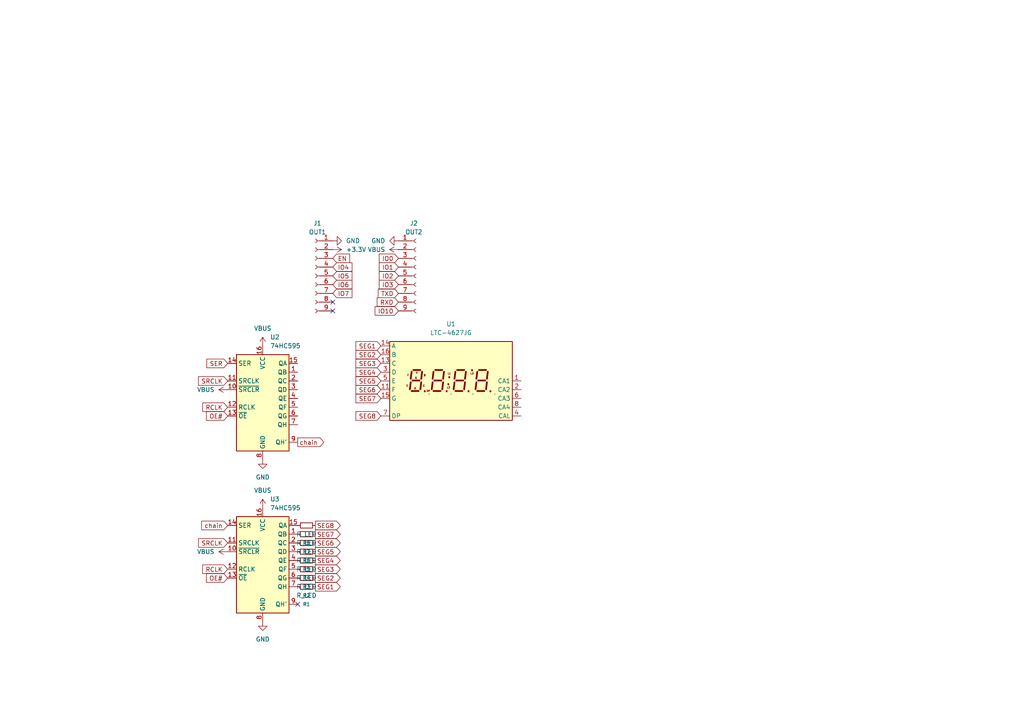
<source format=kicad_sch>
(kicad_sch (version 20250114) (generator "eeschema") (generator_version "9.0")
  (paper "A4")
  (lib_symbols
    (symbol "+3.3V_2" (power) (pin_numbers (hide yes)) (pin_names (offset 0) (hide yes))
      (property "Value" "+3.3V" (at 0 3.556 0))
      (symbol "+3.3V_2_0_1"
        (polyline (pts (xy -0.762 1.27) (xy 0 2.54)))
        (polyline (pts (xy 0 2.54) (xy 0.762 1.27)))
        (polyline (pts (xy 0 0) (xy 0 2.54)))
      )
      (symbol "+3.3V_2_1_1"
        (pin power_in line (at 0 0 90) (length 0) (name "~") (number "1"))
      )
    )
    (symbol "74xx:74HC595"
      (property "Reference" "U" (at -7.62 13.97 0))
      (property "Value" "74HC595" (at -7.62 -16.51 0))
      (symbol "74HC595_1_0"
        (pin input line (at -10.16 10.16 0) (length 2.54) (name "SER") (number "14"))
        (pin input line (at -10.16 5.08 0) (length 2.54) (name "SRCLK") (number "11"))
        (pin input line (at -10.16 2.54 0) (length 2.54) (name "~{SRCLR}") (number "10"))
        (pin input line (at -10.16 -2.54 0) (length 2.54) (name "RCLK") (number "12"))
        (pin input line (at -10.16 -5.08 0) (length 2.54) (name "~{OE}") (number "13"))
        (pin power_in line (at 0 15.24 270) (length 2.54) (name "VCC") (number "16"))
        (pin power_in line (at 0 -17.78 90) (length 2.54) (name "GND") (number "8"))
        (pin tri_state line (at 10.16 10.16 180) (length 2.54) (name "QA") (number "15"))
        (pin tri_state line (at 10.16 7.62 180) (length 2.54) (name "QB") (number "1"))
        (pin tri_state line (at 10.16 5.08 180) (length 2.54) (name "QC") (number "2"))
        (pin tri_state line (at 10.16 2.54 180) (length 2.54) (name "QD") (number "3"))
        (pin tri_state line (at 10.16 0 180) (length 2.54) (name "QE") (number "4"))
        (pin tri_state line (at 10.16 -2.54 180) (length 2.54) (name "QF") (number "5"))
        (pin tri_state line (at 10.16 -5.08 180) (length 2.54) (name "QG") (number "6"))
        (pin tri_state line (at 10.16 -7.62 180) (length 2.54) (name "QH") (number "7"))
        (pin output line (at 10.16 -12.7 180) (length 2.54) (name "QH'") (number "9"))
      )
      (symbol "74HC595_1_1"
        (rectangle (start -7.62 12.7) (end 7.62 -15.24) (stroke (width 0.254)) (fill (type background)))
      )
    )
    (symbol "Connector:Conn_01x09_Socket" (pin_names (offset 1.016) (hide yes))
      (property "Reference" "J" (at 0 12.7 0))
      (property "Value" "Conn_01x09_Socket" (at 0 -12.7 0))
      (symbol "Conn_01x09_Socket_1_1"
        (polyline (pts (xy -1.27 10.16) (xy -0.508 10.16)) (stroke (width 0.1524)))
        (polyline (pts (xy -1.27 7.62) (xy -0.508 7.62)) (stroke (width 0.1524)))
        (polyline (pts (xy -1.27 5.08) (xy -0.508 5.08)) (stroke (width 0.1524)))
        (polyline (pts (xy -1.27 2.54) (xy -0.508 2.54)) (stroke (width 0.1524)))
        (polyline (pts (xy -1.27 0) (xy -0.508 0)) (stroke (width 0.1524)))
        (polyline (pts (xy -1.27 -2.54) (xy -0.508 -2.54)) (stroke (width 0.1524)))
        (polyline (pts (xy -1.27 -5.08) (xy -0.508 -5.08)) (stroke (width 0.1524)))
        (polyline (pts (xy -1.27 -7.62) (xy -0.508 -7.62)) (stroke (width 0.1524)))
        (polyline (pts (xy -1.27 -10.16) (xy -0.508 -10.16)) (stroke (width 0.1524)))
        (arc (start 0 9.652) (mid -0.5058 10.16) (end 0 10.668) (stroke (width 0.1524)))
        (arc (start 0 7.112) (mid -0.5058 7.62) (end 0 8.128) (stroke (width 0.1524)))
        (arc (start 0 4.572) (mid -0.5058 5.08) (end 0 5.588) (stroke (width 0.1524)))
        (arc (start 0 2.032) (mid -0.5058 2.54) (end 0 3.048) (stroke (width 0.1524)))
        (arc (start 0 -0.508) (mid -0.5058 0) (end 0 0.508) (stroke (width 0.1524)))
        (arc (start 0 -3.048) (mid -0.5058 -2.54) (end 0 -2.032) (stroke (width 0.1524)))
        (arc (start 0 -5.588) (mid -0.5058 -5.08) (end 0 -4.572) (stroke (width 0.1524)))
        (arc (start 0 -8.128) (mid -0.5058 -7.62) (end 0 -7.112) (stroke (width 0.1524)))
        (arc (start 0 -10.668) (mid -0.5058 -10.16) (end 0 -9.652) (stroke (width 0.1524)))
        (pin passive line (at -5.08 10.16 0) (length 3.81) (name "Pin_1") (number "1"))
        (pin passive line (at -5.08 7.62 0) (length 3.81) (name "Pin_2") (number "2"))
        (pin passive line (at -5.08 5.08 0) (length 3.81) (name "Pin_3") (number "3"))
        (pin passive line (at -5.08 2.54 0) (length 3.81) (name "Pin_4") (number "4"))
        (pin passive line (at -5.08 0 0) (length 3.81) (name "Pin_5") (number "5"))
        (pin passive line (at -5.08 -2.54 0) (length 3.81) (name "Pin_6") (number "6"))
        (pin passive line (at -5.08 -5.08 0) (length 3.81) (name "Pin_7") (number "7"))
        (pin passive line (at -5.08 -7.62 0) (length 3.81) (name "Pin_8") (number "8"))
        (pin passive line (at -5.08 -10.16 0) (length 3.81) (name "Pin_9") (number "9"))
      )
    )
    (symbol "Device:R_Small" (pin_numbers (hide yes)) (pin_names (offset 0.254) (hide yes))
      (property "Reference" "R" (at 0 0 90))
      (property "Value" "R_Small" (at 1.778 0 90))
      (symbol "R_Small_0_1"
        (rectangle (start -0.762 1.778) (end 0.762 -1.778) (stroke (width 0.2032)))
      )
      (symbol "R_Small_1_1"
        (pin passive line (at 0 2.54 270) (length 0.762) (name "~") (number "1"))
        (pin passive line (at 0 -2.54 90) (length 0.762) (name "~") (number "2"))
      )
    )
    (symbol "Display_Character:LTC-4627JG"
      (property "Reference" "U" (at -17.78 12.7 0))
      (property "Value" "LTC-4627JG" (at 17.78 12.7 0))
      (symbol "LTC-4627JG_0_1"
        (rectangle (start -17.78 -11.43) (end 17.78 11.43) (stroke (width 0.254)) (fill (type background)))
        (rectangle (start -6.35 -3.81) (end -6.35 -3.81) (stroke (width 0.254)))
        (polyline (pts (xy -6.35 -3.81) (xy -6.35 -3.81)) (stroke (width 0.254)))
        (polyline (pts (xy 0 -3.81) (xy 0 -3.81)) (stroke (width 0.254)))
        (rectangle (start 0 -3.81) (end 0 -3.81) (stroke (width 0.254)))
        (polyline (pts (xy 6.35 -3.81) (xy 6.35 -3.81)) (stroke (width 0.254)))
        (rectangle (start 6.35 -3.81) (end 6.35 -3.81) (stroke (width 0.254)))
        (polyline (pts (xy 12.7 -3.81) (xy 12.7 -3.81)) (stroke (width 0.254)))
        (rectangle (start 12.7 -3.81) (end 12.7 -3.81) (stroke (width 0.254)))
      )
      (symbol "LTC-4627JG_1_0"
        (text "E" (at -12.7 -1.397 0) (effects (font (size 0.508 0.508))))
        (text "F" (at -12.446 1.651 0) (effects (font (size 0.508 0.508))))
        (text "D" (at -10.414 -2.159 0) (effects (font (size 0.508 0.508))))
        (text "G" (at -10.16 0.889 0) (effects (font (size 0.508 0.508))))
        (text "A" (at -9.906 2.413 0) (effects (font (size 0.508 0.508))))
        (text "C" (at -7.874 -1.397 0) (effects (font (size 0.508 0.508))))
        (text "B" (at -7.62 1.651 0) (effects (font (size 0.508 0.508))))
        (text "DP" (at -6.604 -2.921 0) (effects (font (size 0.508 0.508))))
        (text "L2" (at -0.762 -1.905 0) (effects (font (size 0.508 0.508))))
        (text "L1" (at -0.508 2.159 0) (effects (font (size 0.508 0.508))))
        (text "L3" (at 6.096 2.159 0) (effects (font (size 0.508 0.508))))
      )
      (symbol "LTC-4627JG_1_1"
        (polyline (pts (xy -11.684 -0.381) (xy -11.938 -2.413)) (stroke (width 0.508)))
        (polyline (pts (xy -11.43 2.667) (xy -11.684 0.635)) (stroke (width 0.508)))
        (polyline (pts (xy -11.43 -2.921) (xy -9.398 -2.921)) (stroke (width 0.508)))
        (polyline (pts (xy -11.176 0.127) (xy -9.144 0.127)) (stroke (width 0.508)))
        (polyline (pts (xy -10.922 3.175) (xy -8.89 3.175)) (stroke (width 0.508)))
        (polyline (pts (xy -8.636 -0.381) (xy -8.89 -2.413)) (stroke (width 0.508)))
        (polyline (pts (xy -8.382 2.667) (xy -8.636 0.635)) (stroke (width 0.508)))
        (polyline (pts (xy -7.62 -3.048) (xy -7.62 -2.921)) (stroke (width 0.508)))
        (polyline (pts (xy -5.334 -0.381) (xy -5.588 -2.413)) (stroke (width 0.508)))
        (polyline (pts (xy -5.08 2.667) (xy -5.334 0.635)) (stroke (width 0.508)))
        (polyline (pts (xy -5.08 -2.921) (xy -3.048 -2.921)) (stroke (width 0.508)))
        (polyline (pts (xy -4.826 0.127) (xy -2.794 0.127)) (stroke (width 0.508)))
        (polyline (pts (xy -4.572 3.175) (xy -2.54 3.175)) (stroke (width 0.508)))
        (polyline (pts (xy -2.286 -0.381) (xy -2.54 -2.413)) (stroke (width 0.508)))
        (polyline (pts (xy -2.032 2.667) (xy -2.286 0.635)) (stroke (width 0.508)))
        (polyline (pts (xy -1.27 -3.048) (xy -1.27 -2.921)) (stroke (width 0.508)))
        (polyline (pts (xy -0.762 -1.016) (xy -0.762 -0.889)) (stroke (width 0.508)))
        (polyline (pts (xy -0.508 1.016) (xy -0.508 1.143)) (stroke (width 0.508)))
        (polyline (pts (xy 1.016 -0.381) (xy 0.762 -2.413)) (stroke (width 0.508)))
        (polyline (pts (xy 1.27 2.667) (xy 1.016 0.635)) (stroke (width 0.508)))
        (polyline (pts (xy 1.27 -2.921) (xy 3.302 -2.921)) (stroke (width 0.508)))
        (polyline (pts (xy 1.524 0.127) (xy 3.556 0.127)) (stroke (width 0.508)))
        (polyline (pts (xy 1.778 3.175) (xy 3.81 3.175)) (stroke (width 0.508)))
        (polyline (pts (xy 4.064 -0.381) (xy 3.81 -2.413)) (stroke (width 0.508)))
        (polyline (pts (xy 4.318 2.667) (xy 4.064 0.635)) (stroke (width 0.508)))
        (polyline (pts (xy 5.08 -3.048) (xy 5.08 -2.921)) (stroke (width 0.508)))
        (polyline (pts (xy 6.096 3.048) (xy 6.096 3.175)) (stroke (width 0.508)))
        (polyline (pts (xy 7.366 -0.381) (xy 7.112 -2.413)) (stroke (width 0.508)))
        (polyline (pts (xy 7.62 2.667) (xy 7.366 0.635)) (stroke (width 0.508)))
        (polyline (pts (xy 7.62 -2.921) (xy 9.652 -2.921)) (stroke (width 0.508)))
        (polyline (pts (xy 7.874 0.127) (xy 9.906 0.127)) (stroke (width 0.508)))
        (polyline (pts (xy 8.128 3.175) (xy 10.16 3.175)) (stroke (width 0.508)))
        (polyline (pts (xy 10.414 -0.381) (xy 10.16 -2.413)) (stroke (width 0.508)))
        (polyline (pts (xy 10.668 2.667) (xy 10.414 0.635)) (stroke (width 0.508)))
        (polyline (pts (xy 11.43 -3.048) (xy 11.43 -2.921)) (stroke (width 0.508)))
        (pin input line (at -20.32 10.16 0) (length 2.54) (name "A") (number "14"))
        (pin input line (at -20.32 7.62 0) (length 2.54) (name "B") (number "16"))
        (pin input line (at -20.32 5.08 0) (length 2.54) (name "C") (number "13"))
        (pin input line (at -20.32 2.54 0) (length 2.54) (name "D") (number "3"))
        (pin input line (at -20.32 0 0) (length 2.54) (name "E") (number "5"))
        (pin input line (at -20.32 -2.54 0) (length 2.54) (name "F") (number "11"))
        (pin input line (at -20.32 -5.08 0) (length 2.54) (name "G") (number "15"))
        (pin input line (at -20.32 -10.16 0) (length 2.54) (name "DP") (number "7"))
        (pin no_connect line (at 17.78 7.62 180) (length 2.54) (hide yes) (name "NC") (number "9"))
        (pin input line (at 20.32 0 180) (length 2.54) (name "CA1") (number "1"))
        (pin input line (at 20.32 -2.54 180) (length 2.54) (name "CA2") (number "2"))
        (pin input line (at 20.32 -5.08 180) (length 2.54) (name "CA3") (number "6"))
        (pin input line (at 20.32 -7.62 180) (length 2.54) (name "CA4") (number "8"))
        (pin input line (at 20.32 -10.16 180) (length 2.54) (name "CAL") (number "4"))
      )
    )
    (symbol "power:GND" (power) (pin_names (offset 0))
      (property "Value" "GND" (at 0 -3.81 0))
      (symbol "GND_0_1"
        (polyline (pts (xy 0 0) (xy 0 -1.27) (xy 1.27 -1.27) (xy 0 -2.54) (xy -1.27 -1.27) (xy 0 -1.27)))
      )
      (symbol "GND_1_1"
        (pin power_in line (at 0 0 270) (length 0) (hide yes) (name "GND") (number "1"))
      )
    )
    (symbol "power:VBUS" (power) (pin_numbers (hide yes)) (pin_names (offset 0) (hide yes))
      (property "Value" "VBUS" (at 0 3.556 0))
      (symbol "VBUS_0_1"
        (polyline (pts (xy -0.762 1.27) (xy 0 2.54)))
        (polyline (pts (xy 0 2.54) (xy 0.762 1.27)))
        (polyline (pts (xy 0 0) (xy 0 2.54)))
      )
      (symbol "VBUS_1_1"
        (pin power_in line (at 0 0 90) (length 0) (name "~") (number "1"))
      )
    )
  )
  (no_connect (at 96.52 90.17))
  (no_connect (at 96.52 87.63))
  (no_connect (at 86.36 175.26))
  (global_label "IO7" (shape input) (at 96.52 85.09 0) (property "Intersheetrefs" "${INTERSHEET_REFS}" (effects (hide yes))))
  (global_label "SEG4" (shape input) (at 110.49 107.95 180) (property "Intersheetrefs" "${INTERSHEET_REFS}" (effects (hide yes))))
  (global_label "SEG6" (shape output) (at 91.44 157.48 0) (property "Intersheetrefs" "${INTERSHEET_REFS}" (effects (hide yes))))
  (global_label "SEG4" (shape output) (at 91.44 162.56 0) (property "Intersheetrefs" "${INTERSHEET_REFS}" (effects (hide yes))))
  (global_label "SEG6" (shape input) (at 110.49 113.03 180) (property "Intersheetrefs" "${INTERSHEET_REFS}" (effects (hide yes))))
  (global_label "IO10" (shape input) (at 115.57 90.17 180) (property "Intersheetrefs" "${INTERSHEET_REFS}" (effects (hide yes))))
  (global_label "SEG7" (shape output) (at 91.44 154.94 0) (property "Intersheetrefs" "${INTERSHEET_REFS}" (effects (hide yes))))
  (global_label "RCLK" (shape input) (at 66.04 165.1 180) (property "Intersheetrefs" "${INTERSHEET_REFS}" (effects (hide yes))))
  (global_label "SEG7" (shape input) (at 110.49 115.57 180) (property "Intersheetrefs" "${INTERSHEET_REFS}" (effects (hide yes))))
  (global_label "IO1" (shape input) (at 115.57 77.47 180) (property "Intersheetrefs" "${INTERSHEET_REFS}" (effects (hide yes))))
  (global_label "chain" (shape input) (at 66.04 152.4 180) (property "Intersheetrefs" "${INTERSHEET_REFS}" (effects (hide yes))))
  (global_label "SEG8" (shape input) (at 110.49 120.65 180) (property "Intersheetrefs" "${INTERSHEET_REFS}" (effects (hide yes))))
  (global_label "SRCLK" (shape input) (at 66.04 157.48 180) (property "Intersheetrefs" "${INTERSHEET_REFS}" (effects (hide yes))))
  (global_label "OE#" (shape input) (at 66.04 167.64 180) (property "Intersheetrefs" "${INTERSHEET_REFS}" (effects (hide yes))))
  (global_label "IO4" (shape input) (at 96.52 77.47 0) (property "Intersheetrefs" "${INTERSHEET_REFS}" (effects (hide yes))))
  (global_label "IO3" (shape input) (at 115.57 82.55 180) (property "Intersheetrefs" "${INTERSHEET_REFS}" (effects (hide yes))))
  (global_label "RCLK" (shape input) (at 66.04 118.11 180) (property "Intersheetrefs" "${INTERSHEET_REFS}" (effects (hide yes))))
  (global_label "IO6" (shape input) (at 96.52 82.55 0) (property "Intersheetrefs" "${INTERSHEET_REFS}" (effects (hide yes))))
  (global_label "SEG5" (shape input) (at 110.49 110.49 180) (property "Intersheetrefs" "${INTERSHEET_REFS}" (effects (hide yes))))
  (global_label "IO5" (shape input) (at 96.52 80.01 0) (property "Intersheetrefs" "${INTERSHEET_REFS}" (effects (hide yes))))
  (global_label "SEG3" (shape output) (at 91.44 165.1 0) (property "Intersheetrefs" "${INTERSHEET_REFS}" (effects (hide yes))))
  (global_label "SEG3" (shape input) (at 110.49 105.41 180) (property "Intersheetrefs" "${INTERSHEET_REFS}" (effects (hide yes))))
  (global_label "RXD" (shape input) (at 115.57 87.63 180) (property "Intersheetrefs" "${INTERSHEET_REFS}" (effects (hide yes))))
  (global_label "SEG1" (shape output) (at 91.44 170.18 0) (property "Intersheetrefs" "${INTERSHEET_REFS}" (effects (hide yes))))
  (global_label "SEG2" (shape input) (at 110.49 102.87 180) (property "Intersheetrefs" "${INTERSHEET_REFS}" (effects (hide yes))))
  (global_label "IO0" (shape input) (at 115.57 74.93 180) (property "Intersheetrefs" "${INTERSHEET_REFS}" (effects (hide yes))))
  (global_label "SEG8" (shape output) (at 91.44 152.4 0) (property "Intersheetrefs" "${INTERSHEET_REFS}" (effects (hide yes))))
  (global_label "SEG2" (shape output) (at 91.44 167.64 0) (property "Intersheetrefs" "${INTERSHEET_REFS}" (effects (hide yes))))
  (global_label "SEG1" (shape input) (at 110.49 100.33 180) (property "Intersheetrefs" "${INTERSHEET_REFS}" (effects (hide yes))))
  (global_label "IO2" (shape input) (at 115.57 80.01 180) (property "Intersheetrefs" "${INTERSHEET_REFS}" (effects (hide yes))))
  (global_label "SRCLK" (shape input) (at 66.04 110.49 180) (property "Intersheetrefs" "${INTERSHEET_REFS}" (effects (hide yes))))
  (global_label "EN" (shape input) (at 96.52 74.93 0) (property "Intersheetrefs" "${INTERSHEET_REFS}" (effects (hide yes))))
  (global_label "SER" (shape input) (at 66.04 105.41 180) (property "Intersheetrefs" "${INTERSHEET_REFS}" (effects (hide yes))))
  (global_label "OE#" (shape input) (at 66.04 120.65 180) (property "Intersheetrefs" "${INTERSHEET_REFS}" (effects (hide yes))))
  (global_label "chain" (shape output) (at 86.36 128.27 0) (property "Intersheetrefs" "${INTERSHEET_REFS}" (effects (hide yes))))
  (global_label "SEG5" (shape output) (at 91.44 160.02 0) (property "Intersheetrefs" "${INTERSHEET_REFS}" (effects (hide yes))))
  (global_label "TXD" (shape input) (at 115.57 85.09 180) (property "Intersheetrefs" "${INTERSHEET_REFS}" (effects (hide yes))))
  (symbol (lib_id "Device:R_Small") (at 88.9 157.48 90) (mirror x) (unit 1)
    (property "Reference" "R6" (at 88.9 162.56 90) (effects (font (size 1.016 1.016))))
    (property "Value" "R_LED" (at 88.9 160.02 90))
    (property "Description" "Resistor, small symbol" (effects (hide yes)))
  )
  (symbol (lib_id "power:GND") (at 96.52 69.85 90) (mirror x) (unit 1)
    (property "Reference" "#PWR015" (effects (hide yes)))
    (property "Value" "GND" (at 100.33 69.8499 90) (effects (justify right)))
  )
  (symbol (lib_id "Display_Character:LTC-4627JG") (at 130.81 110.49 0) (unit 1)
    (property "Reference" "U1" (at 130.81 93.98 0))
    (property "Value" "LTC-4627JG" (at 130.81 96.52 0))
    (property "Footprint" "Display_7Segment:LTC-4627Jx" (effects (hide yes)))
    (property "Datasheet" "http://optoelectronics.liteon.com/upload/download/DS30-2001-393/C4627JG.pdf" (effects (hide yes)))
    (property "Description" "4 digit 7 segment green, common anode" (effects (hide yes)))
  )
  (symbol (lib_id "Connector:Conn_01x09_Socket") (at 91.44 80.01 0) (mirror y) (unit 1)
    (property "Reference" "J1" (at 92.075 64.77 0))
    (property "Value" "OUT1" (at 92.075 67.31 0))
    (property "Footprint" "Connector_PinSocket_2.54mm:PinSocket_1x09_P2.54mm_Vertical" (effects (hide yes)))
    (property "Description" "Generic connector, single row, 01x09, script generated" (effects (hide yes)))
  )
  (symbol (lib_id "Connector:Conn_01x09_Socket") (at 120.65 80.01 0) (unit 1)
    (property "Reference" "J2" (at 120.015 64.77 0))
    (property "Value" "OUT2" (at 120.015 67.31 0))
    (property "Footprint" "Connector_PinSocket_2.54mm:PinSocket_1x09_P2.54mm_Vertical" (effects (hide yes)))
    (property "Description" "Generic connector, single row, 01x09, script generated" (effects (hide yes)))
  )
  (symbol (lib_name "+3.3V_2") (lib_id "power:+3.3V") (at 96.52 72.39 270) (mirror x) (unit 1)
    (property "Reference" "#PWR04" (effects (hide yes)))
    (property "Value" "+3.3V" (at 100.33 72.3899 90) (effects (justify left)))
    (property "Description" "Power symbol creates a global label with name \"+3.3V\"" (effects (hide yes)))
  )
  (symbol (lib_id "Device:R_Small") (at 88.9 165.1 90) (mirror x) (unit 1)
    (property "Reference" "R3" (at 88.9 170.18 90) (effects (font (size 1.016 1.016))))
    (property "Value" "R_LED" (at 88.9 167.64 90))
    (property "Description" "Resistor, small symbol" (effects (hide yes)))
  )
  (symbol (lib_id "Device:R_Small") (at 88.9 167.64 90) (mirror x) (unit 1)
    (property "Reference" "R2" (at 88.9 172.72 90) (effects (font (size 1.016 1.016))))
    (property "Value" "R_LED" (at 88.9 170.18 90))
    (property "Description" "Resistor, small symbol" (effects (hide yes)))
  )
  (symbol (lib_id "power:VBUS") (at 76.2 100.33 0) (mirror y) (unit 1)
    (property "Reference" "#PWR01" (effects (hide yes)))
    (property "Value" "VBUS" (at 76.2 95.25 0))
    (property "Description" "Power symbol creates a global label with name \"VBUS\"" (effects (hide yes)))
  )
  (symbol (lib_id "power:VBUS") (at 115.57 72.39 90) (mirror x) (unit 1)
    (property "Reference" "#PWR011" (effects (hide yes)))
    (property "Value" "VBUS" (at 111.76 72.3899 90) (effects (justify left)))
    (property "Description" "Power symbol creates a global label with name \"VBUS\"" (effects (hide yes)))
  )
  (symbol (lib_id "power:VBUS") (at 66.04 160.02 90) (mirror x) (unit 1)
    (property "Reference" "#PWR06" (effects (hide yes)))
    (property "Value" "VBUS" (at 62.23 160.0199 90) (effects (justify left)))
    (property "Description" "Power symbol creates a global label with name \"VBUS\"" (effects (hide yes)))
  )
  (symbol (lib_id "power:VBUS") (at 66.04 113.03 90) (mirror x) (unit 1)
    (property "Reference" "#PWR03" (effects (hide yes)))
    (property "Value" "VBUS" (at 62.23 113.0299 90) (effects (justify left)))
    (property "Description" "Power symbol creates a global label with name \"VBUS\"" (effects (hide yes)))
  )
  (symbol (lib_id "power:GND") (at 76.2 180.34 0) (mirror y) (unit 1)
    (property "Reference" "#PWR08" (effects (hide yes)))
    (property "Value" "GND" (at 76.2 185.42 0))
  )
  (symbol (lib_id "power:VBUS") (at 76.2 147.32 0) (mirror y) (unit 1)
    (property "Reference" "#PWR07" (effects (hide yes)))
    (property "Value" "VBUS" (at 76.2 142.24 0))
    (property "Description" "Power symbol creates a global label with name \"VBUS\"" (effects (hide yes)))
  )
  (symbol (lib_id "Device:R_Small") (at 88.9 170.18 90) (mirror x) (unit 1)
    (property "Reference" "R1" (at 88.9 175.26 90) (effects (font (size 1.016 1.016))))
    (property "Value" "R_LED" (at 88.9 172.72 90))
    (property "Description" "Resistor, small symbol" (effects (hide yes)))
  )
  (symbol (lib_id "Device:R_Small") (at 88.9 160.02 90) (mirror x) (unit 1)
    (property "Reference" "R5" (at 88.9 165.1 90) (effects (font (size 1.016 1.016))))
    (property "Value" "R_LED" (at 88.9 162.56 90))
    (property "Description" "Resistor, small symbol" (effects (hide yes)))
  )
  (symbol (lib_id "power:GND") (at 76.2 133.35 0) (mirror y) (unit 1)
    (property "Reference" "#PWR02" (effects (hide yes)))
    (property "Value" "GND" (at 76.2 138.43 0))
  )
  (symbol (lib_id "74xx:74HC595") (at 76.2 162.56 0) (unit 1)
    (property "Reference" "U3" (at 78.3433 144.78 0) (effects (justify left)))
    (property "Value" "74HC595" (at 78.3433 147.32 0) (effects (justify left)))
    (property "Datasheet" "http://www.ti.com/lit/ds/symlink/sn74hc595.pdf" (effects (hide yes)))
    (property "Description" "8-bit serial in/out Shift Register 3-State Outputs" (effects (hide yes)))
  )
  (symbol (lib_id "Device:R_Small") (at 88.9 162.56 90) (mirror x) (unit 1)
    (property "Reference" "R4" (at 88.9 167.64 90) (effects (font (size 1.016 1.016))))
    (property "Value" "R_LED" (at 88.9 165.1 90))
    (property "Description" "Resistor, small symbol" (effects (hide yes)))
  )
  (symbol (lib_id "power:GND") (at 115.57 69.85 270) (mirror x) (unit 1)
    (property "Reference" "#PWR05" (effects (hide yes)))
    (property "Value" "GND" (at 111.76 69.85 90) (effects (justify right)))
  )
  (symbol (lib_id "Device:R_Small") (at 88.9 154.94 90) (mirror x) (unit 1)
    (property "Reference" "R7" (at 88.9 160.02 90) (effects (font (size 1.016 1.016))))
    (property "Value" "R_LED" (at 88.9 157.48 90))
    (property "Description" "Resistor, small symbol" (effects (hide yes)))
  )
  (symbol (lib_id "Device:R_Small") (at 88.9 152.4 90) (mirror x) (unit 1)
    (property "Reference" "R8" (at 88.9 157.48 90) (effects (font (size 1.016 1.016))))
    (property "Value" "R_LED" (at 88.9 154.94 90))
    (property "Description" "Resistor, small symbol" (effects (hide yes)))
  )
  (symbol (lib_id "74xx:74HC595") (at 76.2 115.57 0) (unit 1)
    (property "Reference" "U2" (at 78.3433 97.79 0) (effects (justify left)))
    (property "Value" "74HC595" (at 78.3433 100.33 0) (effects (justify left)))
    (property "Datasheet" "http://www.ti.com/lit/ds/symlink/sn74hc595.pdf" (effects (hide yes)))
    (property "Description" "8-bit serial in/out Shift Register 3-State Outputs" (effects (hide yes)))
  )
)
</source>
